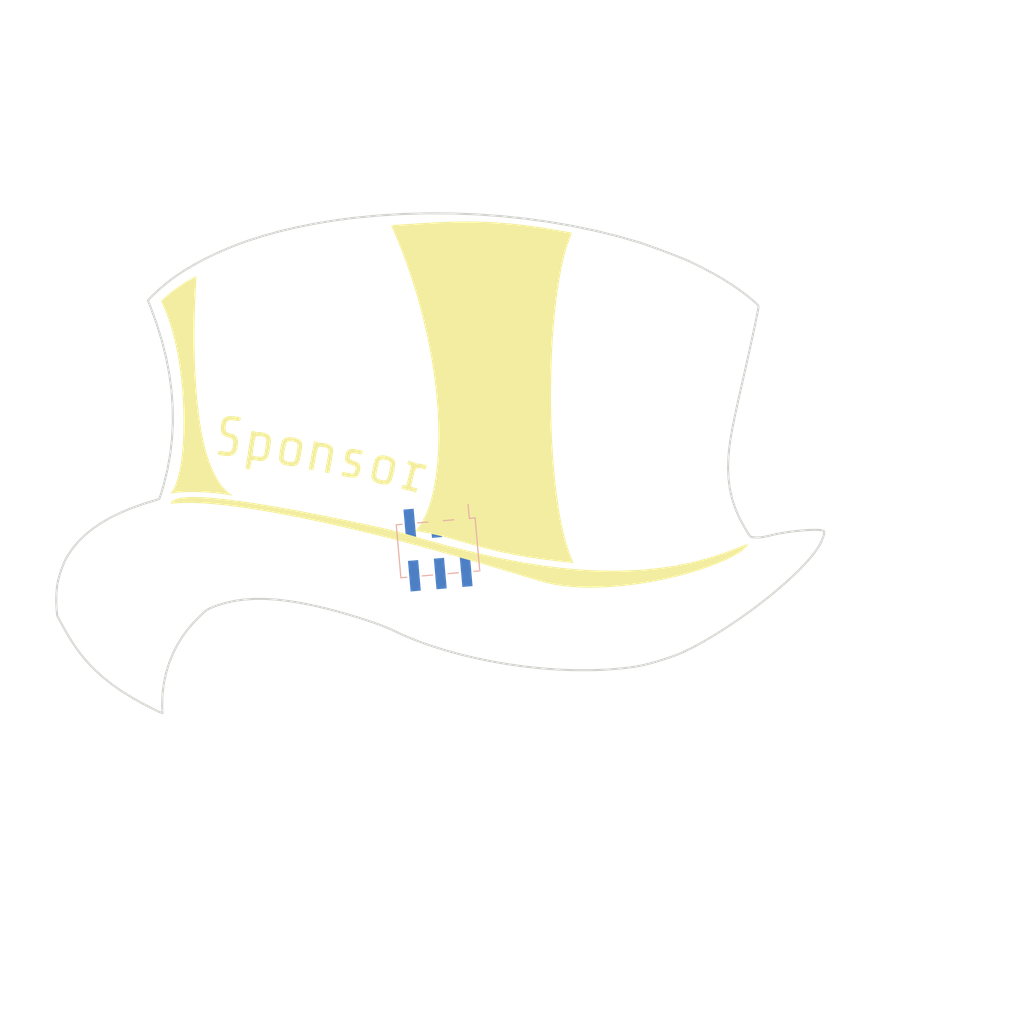
<source format=kicad_pcb>
(kicad_pcb (version 20221018) (generator pcbnew)
  (layers (0 "F.Cu" signal) (31 "B.Cu" signal) (34 "B.Paste" user) (35 "F.Paste" user) (36 "B.SilkS" user "B.Silkscreen") (37 "F.SilkS" user "F.Silkscreen") (38 "B.Mask" user) (39 "F.Mask" user) (44 "Edge.Cuts" user))
  (net 0 "")
  (footprint "LOGO" (layer "F.Cu") (at 144.563099 98.607961 -20)
    (fp_text reference "G***" hide)
    (fp_text value "LOGO" hide)
    (fp_poly (pts (xy -3.801425 -1.795545) (xy -3.784162 -1.578493) (xy -4.137124 -1.543713) (xy -4.353887 -1.513612) (xy -4.498119 -1.468841) (xy -4.598749 -1.400051) (xy -4.607243 -1.391776) (xy -4.658458 -1.333481) (xy -4.693877 -1.267115) (xy -4.713929 -1.177691) (xy -4.719041 -1.050222) (xy -4.709642 -0.869723) (xy -4.686158 -0.621206) (xy -4.649019 -0.289684) (xy -4.640741 -0.218533) (xy -4.556565 0.502735) (xy -4.234083 0.472622) (xy -3.9116 0.442508) (xy -3.9116 0.643598) (xy -3.9116 0.844689) (xy -4.5339 0.909436) (xy -4.785003 0.936712) (xy -5.007735 0.963017) (xy -5.177788 0.985342) (xy -5.2705 1.000598) (xy -5.359666 1.001448) (xy -5.385459 0.935412) (xy -5.385494 0.932607) (xy -5.399454 0.803561) (xy -5.41545 0.729134) (xy -5.421145 0.657391) (xy -5.372917 0.616138) (xy -5.247789 0.586818) (xy -5.236956 0.584969) (xy -5.15979 0.573524) (xy -5.103022 0.559921) (xy -5.065298 0.530744) (xy -5.045259 0.472579) (xy -5.04155 0.372012) (xy -5.052814 0.215629) (xy -5.077694 -0.009985) (xy -5.114834 -0.318245) (xy -5.131563 -0.4572) (xy -5.165114 -0.74082) (xy -5.193931 -0.990876) (xy -5.215978 -1.189175) (xy -5.229219 -1.317524) (xy -5.232157 -1.35598) (xy -5.278445 -1.397927) (xy -5.398253 -1.427101) (xy -5.4483 -1.43218) (xy -5.583649 -1.447096) (xy -5.645883 -1.482542) (xy -5.66337 -1.563935) (xy -5.6642 -1.6256) (xy -5.6642 -1.8034) (xy -5.288529 -1.844289) (xy -5.061118 -1.861) (xy -4.91312 -1.853984) (xy -4.861872 -1.834192) (xy -4.774054 -1.816151) (xy -4.671469 -1.855303) (xy -4.54956 -1.898233) (xy -4.367098 -1.940015) (xy -4.175369 -1.969998) (xy -3.818688 -2.012598)) (fill solid) (layer "F.SilkS"))
    (fp_poly (pts (xy -16.374203 -0.108365) (xy -16.171144 -0.018042) (xy -16.02134 0.140305) (xy -15.952095 0.270984) (xy -15.89178 0.449216) (xy -15.829709 0.696796) (xy -15.770635 0.985766) (xy -15.71931 1.288166) (xy -15.680484 1.576037) (xy -15.65891 1.82142) (xy -15.659167 1.994594) (xy -15.70919 2.212664) (xy -15.818546 2.38573) (xy -15.996036 2.51925) (xy -16.250464 2.618677) (xy -16.590632 2.689469) (xy -16.828455 2.719326) (xy -17.05025 2.723548) (xy -17.23678 2.676957) (xy -17.2974 2.650393) (xy -17.447284 2.553681) (xy -17.56716 2.433337) (xy -17.587776 2.402315) (xy -17.628989 2.295401) (xy -17.679955 2.111125) (xy -17.736059 1.872703) (xy -17.792686 1.603352) (xy -17.845221 1.326288) (xy -17.889048 1.064728) (xy -17.919552 0.841889) (xy -17.932118 0.680987) (xy -17.932173 0.674314) (xy -17.455941 0.674314) (xy -17.441764 0.843494) (xy -17.414674 1.064849) (xy -17.378339 1.314686) (xy -17.336428 1.569312) (xy -17.292607 1.805033) (xy -17.250546 1.998157) (xy -17.214938 2.122263) (xy -17.134553 2.233346) (xy -17.056839 2.284741) (xy -16.910633 2.309374) (xy -16.709165 2.300079) (xy -16.491378 2.260978) (xy -16.321309 2.206893) (xy -16.225983 2.155459) (xy -16.162175 2.082461) (xy -16.128288 1.973288) (xy -16.122726 1.813329) (xy -16.143891 1.587972) (xy -16.190185 1.282605) (xy -16.208486 1.174655) (xy -16.269935 0.841834) (xy -16.328617 0.597878) (xy -16.392949 0.430672) (xy -16.47135 0.3281) (xy -16.572238 0.278044) (xy -16.70403 0.26839) (xy -16.829661 0.280566) (xy -17.124157 0.338383) (xy -17.324164 0.421149) (xy -17.434207 0.531041) (xy -17.453537 0.581003) (xy -17.455941 0.674314) (xy -17.932173 0.674314) (xy -17.932211 0.669718) (xy -17.889291 0.425423) (xy -17.759743 0.225763) (xy -17.541567 0.069119) (xy -17.232764 -0.046125) (xy -16.981326 -0.099796) (xy -16.640827 -0.134378)) (fill solid) (layer "F.SilkS"))
    (fp_poly (pts (xy -31.041454 -10.791047) (xy -30.597207 -9.350928) (xy -30.129858 -7.92744) (xy -29.642908 -6.529081) (xy -29.139854 -5.16435) (xy -28.624194 -3.841747) (xy -28.099427 -2.569769) (xy -27.56905 -1.356917) (xy -27.036563 -0.211688) (xy -26.505463 0.857419) (xy -25.979249 1.841904) (xy -25.50268 2.665212) (xy -25.112997 3.294849) (xy -24.749417 3.847391) (xy -24.399346 4.339686) (xy -24.05019 4.788581) (xy -23.689355 5.210922) (xy -23.304246 5.623558) (xy -23.248477 5.680695) (xy -22.766373 6.13676) (xy -22.288913 6.51927) (xy -21.824176 6.82294) (xy -21.380242 7.042488) (xy -20.9677 7.1721) (xy -20.811896 7.210122) (xy -20.705926 7.245632) (xy -20.6756 7.266428) (xy -20.721654 7.290238) (xy -20.843278 7.32322) (xy -21.015671 7.358809) (xy -21.0439 7.363883) (xy -21.666346 7.487641) (xy -22.323292 7.64364) (xy -22.996317 7.825923) (xy -23.666998 8.028534) (xy -24.316912 8.245515) (xy -24.927637 8.470909) (xy -25.48075 8.698759) (xy -25.957829 8.92311) (xy -26.104217 9.000129) (xy -26.269048 9.084208) (xy -26.389871 9.134915) (xy -26.448431 9.145093) (xy -26.450149 9.13575) (xy -26.371225 8.926311) (xy -26.31699 8.728115) (xy -26.28437 8.516435) (xy -26.270289 8.266541) (xy -26.271671 7.953706) (xy -26.27777 7.749747) (xy -26.322629 7.123247) (xy -26.415332 6.446475) (xy -26.5574 5.712497) (xy -26.750351 4.914379) (xy -26.995708 4.045188) (xy -27.29499 3.097991) (xy -27.303127 3.0734) (xy -27.753629 1.793073) (xy -28.24807 0.535713) (xy -28.781719 -0.690185) (xy -29.349844 -1.876127) (xy -29.947716 -3.013617) (xy -30.570601 -4.09416) (xy -31.21377 -5.109259) (xy -31.87249 -6.050421) (xy -32.54203 -6.909149) (xy -33.217659 -7.676947) (xy -33.391086 -7.857919) (xy -33.74734 -8.222837) (xy -33.55295 -8.594519) (xy -33.225862 -9.176167) (xy -32.847474 -9.774804) (xy -32.438073 -10.361269) (xy -32.017944 -10.906402) (xy -31.636182 -11.349847) (xy -31.313235 -11.701493)) (fill solid) (layer "F.SilkS"))
    (fp_poly (pts (xy -7.288683 -1.52381) (xy -7.069643 -1.458051) (xy -6.903723 -1.334876) (xy -6.847358 -1.267221) (xy -6.782405 -1.131239) (xy -6.72105 -0.916763) (xy -6.666007 -0.646896) (xy -6.619988 -0.34474) (xy -6.585706 -0.033398) (xy -6.565876 0.264028) (xy -6.563211 0.524434) (xy -6.580423 0.724719) (xy -6.603275 0.811047) (xy -6.715323 0.984344) (xy -6.895637 1.116416) (xy -7.153166 1.211447) (xy -7.496859 1.273626) (xy -7.62 1.286674) (xy -7.8135 1.293974) (xy -7.994398 1.283831) (xy -8.067819 1.271543) (xy -8.269971 1.180115) (xy -8.443663 1.026679) (xy -8.542623 0.865542) (xy -8.576678 0.740091) (xy -8.614839 0.540555) (xy -8.6541 0.29108) (xy -8.691458 0.01581) (xy -8.723907 -0.26111) (xy -8.748443 -0.515536) (xy -8.762062 -0.723324) (xy -8.761937 -0.77977) (xy -8.309864 -0.77977) (xy -8.301358 -0.615205) (xy -8.281767 -0.397803) (xy -8.253911 -0.151251) (xy -8.22061 0.100761) (xy -8.184683 0.334546) (xy -8.148952 0.526415) (xy -8.128008 0.614389) (xy -8.05934 0.761649) (xy -7.963231 0.852253) (xy -7.83142 0.880762) (xy -7.643204 0.881436) (xy -7.438942 0.85741) (xy -7.258991 0.811824) (xy -7.215087 0.794095) (xy -7.121602 0.741051) (xy -7.057692 0.671437) (xy -7.021125 0.569715) (xy -7.009667 0.420345) (xy -7.021085 0.207791) (xy -7.053146 -0.083488) (xy -7.069968 -0.21567) (xy -7.108829 -0.504198) (xy -7.141321 -0.709808) (xy -7.172309 -0.850557) (xy -7.206659 -0.944503) (xy -7.249235 -1.009704) (xy -7.296622 -1.056983) (xy -7.385913 -1.123843) (xy -7.478974 -1.152499) (xy -7.613741 -1.150422) (xy -7.715085 -1.139412) (xy -7.997289 -1.084303) (xy -8.19319 -0.999373) (xy -8.297033 -0.887277) (xy -8.304465 -0.86781) (xy -8.309864 -0.77977) (xy -8.761937 -0.77977) (xy -8.761758 -0.860328) (xy -8.759608 -0.878063) (xy -8.672666 -1.117606) (xy -8.499692 -1.304117) (xy -8.24164 -1.437061) (xy -7.899466 -1.515902) (xy -7.580321 -1.539383)) (fill solid) (layer "F.SilkS"))
    (fp_poly (pts (xy -13.23405 -0.588979) (xy -13.065603 -0.478184) (xy -12.941764 -0.301439) (xy -12.936678 -0.291181) (xy -12.902741 -0.190838) (xy -12.859179 -0.016533) (xy -12.809059 0.214205) (xy -12.755447 0.483847) (xy -12.701408 0.774863) (xy -12.650009 1.069726) (xy -12.604315 1.350905) (xy -12.567393 1.600872) (xy -12.542309 1.802099) (xy -12.532129 1.937056) (xy -12.538147 1.987283) (xy -12.607447 2.014982) (xy -12.733345 2.042732) (xy -12.76028 2.047067) (xy -12.826051 2.059018) (xy -12.876245 2.064232) (xy -12.915081 2.050733) (xy -12.946779 2.006544) (xy -12.975558 1.919691) (xy -13.005637 1.778198) (xy -13.041237 1.570088) (xy -13.086575 1.283387) (xy -13.132503 0.9906) (xy -13.187133 0.645539) (xy -13.229332 0.386564) (xy -13.262587 0.199414) (xy -13.290389 0.06983) (xy -13.316227 -0.016449) (xy -13.343589 -0.073682) (xy -13.375966 -0.116129) (xy -13.412493 -0.153693) (xy -13.506884 -0.221303) (xy -13.629346 -0.249034) (xy -13.803176 -0.238609) (xy -14.020147 -0.198595) (xy -14.154935 -0.167215) (xy -14.256926 -0.130007) (xy -14.328222 -0.07465) (xy -14.370927 0.011177) (xy -14.387144 0.139797) (xy -14.378975 0.323532) (xy -14.348523 0.574703) (xy -14.297891 0.905631) (xy -14.254396 1.173998) (xy -14.20301 1.492002) (xy -14.158391 1.773791) (xy -14.122765 2.004814) (xy -14.098361 2.17052) (xy -14.087409 2.256358) (xy -14.087294 2.26507) (xy -14.138651 2.275135) (xy -14.255991 2.292114) (xy -14.310011 2.299189) (xy -14.445447 2.310871) (xy -14.512663 2.290507) (xy -14.543458 2.223909) (xy -14.550535 2.191878) (xy -14.566273 2.105956) (xy -14.594809 1.941515) (xy -14.633425 1.714898) (xy -14.679401 1.442447) (xy -14.73002 1.140504) (xy -14.782562 0.825411) (xy -14.834309 0.513509) (xy -14.882542 0.221142) (xy -14.924543 -0.03535) (xy -14.957593 -0.239624) (xy -14.978973 -0.375337) (xy -14.986 -0.425745) (xy -14.942045 -0.457759) (xy -14.837415 -0.481527) (xy -14.71297 -0.49255) (xy -14.609567 -0.486329) (xy -14.573273 -0.471193) (xy -14.489989 -0.457988) (xy -14.340791 -0.512191) (xy -14.334429 -0.515315) (xy -14.185189 -0.567107) (xy -13.978647 -0.611392) (xy -13.765462 -0.638132) (xy -13.462278 -0.640178)) (fill solid) (layer "F.SilkS"))
    (fp_poly (pts (xy -10.167347 -1.140009) (xy -10.147319 -1.028286) (xy -10.135029 -0.901732) (xy -10.134479 -0.82805) (xy -10.136305 -0.822539) (xy -10.188668 -0.808106) (xy -10.318145 -0.782663) (xy -10.50143 -0.750637) (xy -10.598996 -0.734657) (xy -10.839236 -0.69031) (xy -10.999041 -0.644799) (xy -11.099402 -0.591015) (xy -11.140123 -0.551446) (xy -11.198099 -0.446744) (xy -11.203623 -0.368473) (xy -11.177911 -0.252202) (xy -11.175223 -0.211746) (xy -11.161261 -0.105992) (xy -11.110467 -0.03664) (xy -11.005993 0.003536) (xy -10.830995 0.021763) (xy -10.622431 0.0254) (xy -10.402458 0.027395) (xy -10.257274 0.037682) (xy -10.160083 0.062715) (xy -10.084091 0.108947) (xy -10.013794 0.171986) (xy -9.882187 0.360868) (xy -9.793956 0.624973) (xy -9.754981 0.945094) (xy -9.7536 1.02184) (xy -9.779884 1.236784) (xy -9.865499 1.403946) (xy -10.02059 1.531477) (xy -10.255303 1.627528) (xy -10.579784 1.70025) (xy -10.602802 1.704128) (xy -10.821324 1.740457) (xy -11.015713 1.772903) (xy -11.153579 1.796058) (xy -11.182462 1.800961) (xy -11.272568 1.804852) (xy -11.31865 1.758185) (xy -11.345996 1.638449) (xy -11.361141 1.513197) (xy -11.360235 1.439946) (xy -11.35774 1.434805) (xy -11.302714 1.419047) (xy -11.171151 1.392472) (xy -10.986927 1.359741) (xy -10.895831 1.34467) (xy -10.635356 1.301007) (xy -10.457884 1.265619) (xy -10.345839 1.23241) (xy -10.281645 1.195284) (xy -10.247728 1.148144) (xy -10.235587 1.115666) (xy -10.222255 0.994182) (xy -10.233824 0.832364) (xy -10.263902 0.670348) (xy -10.306104 0.548266) (xy -10.331479 0.513246) (xy -10.406484 0.49206) (xy -10.555585 0.477807) (xy -10.751387 0.472671) (xy -10.829668 0.473509) (xy -11.047459 0.475438) (xy -11.19042 0.466782) (xy -11.285178 0.44227) (xy -11.358365 0.396629) (xy -11.398837 0.360829) (xy -11.546559 0.152848) (xy -11.630967 -0.13453) (xy -11.652241 -0.377547) (xy -11.635103 -0.608104) (xy -11.564035 -0.786105) (xy -11.428513 -0.920298) (xy -11.218015 -1.019432) (xy -10.922018 -1.092256) (xy -10.76125 -1.118323) (xy -10.562313 -1.148021) (xy -10.391234 -1.175296) (xy -10.283373 -1.194499) (xy -10.27981 -1.195244) (xy -10.206089 -1.195856)) (fill solid) (layer "F.SilkS"))
    (fp_poly (pts (xy -22.516332 -0.181265) (xy -22.498253 -0.125323) (xy -22.474824 -0.008751) (xy -22.470764 0.015514) (xy -22.460535 0.096565) (xy -22.47032 0.156014) (xy -22.514871 0.201517) (xy -22.608939 0.240728) (xy -22.767275 0.2813) (xy -23.004629 0.330889) (xy -23.124901 0.354944) (xy -23.330244 0.411185) (xy -23.471111 0.492596) (xy -23.544001 0.565925) (xy -23.622327 0.665247) (xy -23.659904 0.747713) (xy -23.661995 0.848232) (xy -23.633867 1.00171) (xy -23.619546 1.0668) (xy -23.542832 1.342026) (xy -23.448276 1.526106) (xy -23.323225 1.629359) (xy -23.155023 1.662107) (xy -22.931015 1.63467) (xy -22.924848 1.633358) (xy -22.614359 1.605434) (xy -22.354256 1.665691) (xy -22.14446 1.814186) (xy -21.984894 2.050974) (xy -21.875479 2.376111) (xy -21.875042 2.378026) (xy -21.80503 2.779116) (xy -21.798515 3.106012) (xy -21.859871 3.367144) (xy -21.993473 3.570941) (xy -22.203695 3.725835) (xy -22.49491 3.840257) (xy -22.654874 3.881086) (xy -22.935538 3.942615) (xy -23.13273 3.981649) (xy -23.261694 3.999731) (xy -23.337676 3.998399) (xy -23.37592 3.979197) (xy -23.388621 3.955252) (xy -23.43411 3.803582) (xy -23.445218 3.704947) (xy -23.407224 3.642229) (xy -23.305407 3.598304) (xy -23.125047 3.556054) (xy -23.028034 3.535874) (xy -22.720927 3.466345) (xy -22.502497 3.396393) (xy -22.360689 3.312332) (xy -22.283447 3.200473) (xy -22.258719 3.04713) (xy -22.27445 2.838615) (xy -22.294718 2.70322) (xy -22.337327 2.496403) (xy -22.390803 2.314405) (xy -22.444383 2.193121) (xy -22.450274 2.1844) (xy -22.499278 2.124483) (xy -22.555693 2.088284) (xy -22.643058 2.071176) (xy -22.784914 2.068536) (xy -23.003619 2.075693) (xy -23.234476 2.081655) (xy -23.392559 2.07489) (xy -23.506321 2.051347) (xy -23.604218 2.006974) (xy -23.641449 1.984878) (xy -23.821598 1.815063) (xy -23.965532 1.551138) (xy -24.072718 1.194116) (xy -24.083759 1.141743) (xy -24.119193 0.80576) (xy -24.075293 0.530296) (xy -23.949891 0.309777) (xy -23.74082 0.13863) (xy -23.680699 0.105678) (xy -23.574426 0.06378) (xy -23.409129 0.012152) (xy -23.20879 -0.043295) (xy -22.997395 -0.096651) (xy -22.798925 -0.142005) (xy -22.637365 -0.173447) (xy -22.536699 -0.185066)) (fill solid) (layer "F.SilkS"))
    (fp_poly (pts (xy -19.528521 0.457113) (xy -19.342358 0.49339) (xy -19.312693 0.504399) (xy -19.185444 0.580579) (xy -19.080323 0.701793) (xy -18.990838 0.881616) (xy -18.910494 1.133621) (xy -18.832798 1.471382) (xy -18.820293 1.53371) (xy -18.743315 1.968757) (xy -18.705956 2.319213) (xy -18.713523 2.596118) (xy -18.77132 2.810514) (xy -18.884654 2.973439) (xy -19.05883 3.095935) (xy -19.299156 3.18904) (xy -19.610935 3.263796) (xy -19.65599 3.272552) (xy -19.838456 3.310633) (xy -19.979407 3.346228) (xy -20.051078 3.372235) (xy -20.053533 3.374198) (xy -20.05883 3.435187) (xy -20.045773 3.570986) (xy -20.017112 3.757022) (xy -20.000686 3.846285) (xy -19.964314 4.043748) (xy -19.938986 4.198641) (xy -19.928376 4.287607) (xy -19.92933 4.299862) (xy -19.983074 4.31551) (xy -20.10125 4.338369) (xy -20.149946 4.346469) (xy -20.283497 4.361638) (xy -20.3501 4.342464) (xy -20.381865 4.277184) (xy -20.386296 4.259895) (xy -20.403059 4.181634) (xy -20.435703 4.020981) (xy -20.481522 3.791772) (xy -20.537813 3.507842) (xy -20.601872 3.183028) (xy -20.670994 2.831166) (xy -20.742476 2.466091) (xy -20.813612 2.101639) (xy -20.8817 1.751648) (xy -20.944034 1.429951) (xy -20.967052 1.310512) (xy -20.475075 1.310512) (xy -20.4504 1.533221) (xy -20.396145 1.834607) (xy -20.366547 1.984157) (xy -20.312288 2.253978) (xy -20.26304 2.496186) (xy -20.223178 2.689453) (xy -20.197079 2.812451) (xy -20.191704 2.836226) (xy -20.163735 2.909844) (xy -20.106697 2.93569) (xy -19.988798 2.924975) (xy -19.955555 2.919505) (xy -19.767287 2.88318) (xy -19.561996 2.837299) (xy -19.517999 2.826478) (xy -19.327629 2.751055) (xy -19.196365 2.644452) (xy -19.193817 2.641081) (xy -19.15619 2.585787) (xy -19.134162 2.52888) (xy -19.128594 2.451414) (xy -19.140349 2.33444) (xy -19.17029 2.159009) (xy -19.219279 1.906175) (xy -19.229652 1.853681) (xy -19.282687 1.594981) (xy -19.333861 1.362085) (xy -19.377744 1.178656) (xy -19.408904 1.068355) (xy -19.41171 1.060689) (xy -19.506605 0.919933) (xy -19.659098 0.851536) (xy -19.877587 0.852674) (xy -19.977926 0.870383) (xy -20.176931 0.916881) (xy -20.321097 0.969664) (xy -20.415475 1.043212) (xy -20.465117 1.152001) (xy -20.475075 1.310512) (xy -20.967052 1.310512) (xy -20.997911 1.150387) (xy -21.040626 0.926789) (xy -21.069475 0.772996) (xy -21.081754 0.702841) (xy -21.082 0.700313) (xy -21.03794 0.665869) (xy -20.932299 0.641855) (xy -20.80489 0.632198) (xy -20.695524 0.640827) (xy -20.65309 0.658002) (xy -20.577951 0.680941) (xy -20.527425 0.640089) (xy -20.414351 0.565613) (xy -20.229189 0.506867) (xy -20.000672 0.467062) (xy -19.757537 0.449407)) (fill solid) (layer "F.SilkS"))
    (fp_poly (pts (xy 28.341944 -5.427756) (xy 28.309679 -5.298931) (xy 28.252071 -5.137637) (xy 28.102611 -4.833029) (xy 27.870899 -4.483252) (xy 27.56262 -4.094021) (xy 27.183461 -3.671047) (xy 26.73911 -3.220046) (xy 26.235253 -2.74673) (xy 25.677577 -2.256814) (xy 25.07177 -1.75601) (xy 24.423518 -1.250033) (xy 24.259809 -1.126634) (xy 23.194246 -0.361197) (xy 22.083244 0.375634) (xy 20.939443 1.077333) (xy 19.775483 1.737375) (xy 18.604006 2.349235) (xy 17.437652 2.906388) (xy 16.289063 3.402309) (xy 15.170878 3.830474) (xy 14.095739 4.184356) (xy 13.809577 4.267706) (xy 12.867347 4.51033) (xy 11.965529 4.691401) (xy 11.068522 4.816776) (xy 10.140722 4.892311) (xy 9.9568 4.901568) (xy 9.443646 4.926182) (xy 8.84826 4.956719) (xy 8.189767 4.992078) (xy 7.487292 5.031154) (xy 6.759961 5.072845) (xy 6.026896 5.116048) (xy 5.307225 5.159661) (xy 4.620071 5.20258) (xy 3.98456 5.243703) (xy 3.7338 5.260432) (xy 1.643841 5.408667) (xy -0.396447 5.568071) (xy -2.384354 5.738217) (xy -4.317173 5.918677) (xy -6.192193 6.109021) (xy -8.006707 6.308822) (xy -9.758004 6.517652) (xy -11.443377 6.735082) (xy -13.060116 6.960685) (xy -14.605513 7.194031) (xy -16.076858 7.434692) (xy -17.471442 7.682241) (xy -18.786557 7.936249) (xy -20.019494 8.196287) (xy -21.167543 8.461928) (xy -22.227996 8.732743) (xy -23.198144 9.008305) (xy -24.075278 9.288183) (xy -24.856689 9.571951) (xy -25.539668 9.859181) (xy -25.635624 9.903552) (xy -26.0604 10.102609) (xy -26.0604 9.943393) (xy -26.04257 9.835632) (xy -25.978388 9.725872) (xy -25.851817 9.589083) (xy -25.804383 9.543815) (xy -25.535382 9.335052) (xy -25.169602 9.123154) (xy -24.706727 8.908048) (xy -24.146442 8.689659) (xy -23.488429 8.467914) (xy -22.732373 8.242739) (xy -21.877957 8.014059) (xy -20.924864 7.781801) (xy -19.872778 7.54589) (xy -18.721384 7.306254) (xy -17.470364 7.062817) (xy -16.119402 6.815506) (xy -14.668182 6.564246) (xy -13.116388 6.308965) (xy -11.463702 6.049587) (xy -9.779 5.796233) (xy -8.894886 5.666533) (xy -8.102844 5.551836) (xy -7.394622 5.451104) (xy -6.761965 5.3633) (xy -6.196622 5.287389) (xy -5.690337 5.222332) (xy -5.234859 5.167094) (xy -4.821934 5.120638) (xy -4.443309 5.081926) (xy -4.09073 5.049922) (xy -3.755943 5.02359) (xy -3.4798 5.004929) (xy -1.450421 4.865115) (xy 0.484385 4.705654) (xy 2.329916 4.525565) (xy 4.091469 4.323866) (xy 5.774342 4.099576) (xy 7.383832 3.851712) (xy 8.925237 3.579292) (xy 10.403855 3.281336) (xy 11.824984 2.956861) (xy 13.19392 2.604885) (xy 14.515963 2.224428) (xy 15.796408 1.814506) (xy 17.040555 1.374139) (xy 17.907 1.041573) (xy 19.517622 0.359967) (xy 21.047584 -0.376888) (xy 22.504291 -1.173573) (xy 23.895146 -2.034671) (xy 25.227555 -2.964764) (xy 26.508922 -3.968433) (xy 27.7368 -5.041188) (xy 27.978301 -5.259348) (xy 28.154083 -5.406058) (xy 28.269629 -5.482345) (xy 28.330421 -5.489236)) (fill solid) (layer "F.SilkS"))
    (fp_poly (pts (xy 1.731592 -28.212337) (xy 1.74818 -28.161781) (xy 1.754005 -28.059009) (xy 1.751156 -27.888224) (xy 1.741724 -27.633627) (xy 1.740245 -27.596578) (xy 1.737679 -26.928089) (xy 1.779078 -26.174331) (xy 1.863228 -25.341039) (xy 1.988915 -24.433947) (xy 2.154928 -23.458789) (xy 2.360051 -22.4213) (xy 2.603072 -21.327213) (xy 2.882777 -20.182264) (xy 3.197953 -18.992186) (xy 3.547386 -17.762713) (xy 3.929864 -16.49958) (xy 4.344172 -15.208521) (xy 4.392581 -15.0622) (xy 4.869617 -13.662017) (xy 5.363318 -12.284673) (xy 5.871166 -10.935323) (xy 6.390643 -9.619127) (xy 6.919231 -8.341242) (xy 7.454411 -7.106825) (xy 7.993665 -5.921033) (xy 8.534475 -4.789025) (xy 9.074323 -3.715957) (xy 9.61069 -2.706987) (xy 10.141059 -1.767272) (xy 10.662911 -0.901971) (xy 11.173727 -0.11624) (xy 11.670991 0.584764) (xy 12.152182 1.195882) (xy 12.54956 1.643853) (xy 12.721067 1.826972) (xy 12.829821 1.950572) (xy 12.884113 2.027768) (xy 12.892232 2.071675) (xy 12.862466 2.095408) (xy 12.839637 2.102802) (xy 12.757222 2.123909) (xy 12.592585 2.164605) (xy 12.362317 2.220842) (xy 12.083008 2.288572) (xy 11.771249 2.363749) (xy 11.684 2.384718) (xy 10.523589 2.655486) (xy 9.435384 2.891828) (xy 8.397658 3.097065) (xy 7.388688 3.274518) (xy 6.386748 3.427507) (xy 5.370113 3.559353) (xy 4.317058 3.673377) (xy 3.20586 3.772901) (xy 2.032 3.860076) (xy 1.528668 3.8944) (xy 1.11234 3.923289) (xy 0.768634 3.947966) (xy 0.483172 3.969658) (xy 0.241575 3.989588) (xy 0.029464 4.00898) (xy -0.167541 4.029061) (xy -0.363819 4.051053) (xy -0.573748 4.076183) (xy -0.725454 4.094918) (xy -0.9974 4.131415) (xy -1.309337 4.177547) (xy -1.636624 4.22923) (xy -1.95462 4.282379) (xy -2.238683 4.33291) (xy -2.464172 4.376738) (xy -2.575019 4.401502) (xy -2.686237 4.429067) (xy -2.589554 4.174618) (xy -2.454822 3.733952) (xy -2.352504 3.216358) (xy -2.284539 2.641829) (xy -2.252866 2.03036) (xy -2.259423 1.401944) (xy -2.283256 1.016) (xy -2.412154 -0.086365) (xy -2.62049 -1.242637) (xy -2.90559 -2.446889) (xy -3.264777 -3.693195) (xy -3.695377 -4.975629) (xy -4.194715 -6.288264) (xy -4.760116 -7.625176) (xy -5.388903 -8.980437) (xy -6.078404 -10.348122) (xy -6.825941 -11.722303) (xy -7.62884 -13.097056) (xy -8.484427 -14.466453) (xy -9.390025 -15.82457) (xy -10.342959 -17.165478) (xy -10.719551 -17.672768) (xy -11.476633 -18.657755) (xy -12.250459 -19.621186) (xy -13.026845 -20.546238) (xy -13.79161 -21.416087) (xy -14.530572 -22.213909) (xy -14.671577 -22.360821) (xy -14.862351 -22.56056) (xy -14.989438 -22.700976) (xy -15.061392 -22.794187) (xy -15.086767 -22.852312) (xy -15.074118 -22.887468) (xy -15.053409 -22.901749) (xy -14.975903 -22.938601) (xy -14.816869 -23.010705) (xy -14.58801 -23.112934) (xy -14.30103 -23.240166) (xy -13.967635 -23.387275) (xy -13.599527 -23.549136) (xy -13.208412 -23.720626) (xy -12.805993 -23.896618) (xy -12.403975 -24.07199) (xy -12.014061 -24.241615) (xy -11.647956 -24.400369) (xy -11.317364 -24.543129) (xy -11.03399 -24.664768) (xy -10.809537 -24.760163) (xy -10.795 -24.766287) (xy -9.428833 -25.321184) (xy -8.090113 -25.822589) (xy -6.761041 -26.2756) (xy -5.423815 -26.685316) (xy -4.060638 -27.056835) (xy -2.653708 -27.395256) (xy -1.185227 -27.705677) (xy 0.362606 -27.993196) (xy 0.635 -28.040178) (xy 0.934613 -28.091593) (xy 1.205285 -28.138567) (xy 1.428745 -28.177888) (xy 1.586722 -28.206343) (xy 1.657763 -28.219997) (xy 1.702149 -28.226476)) (fill solid) (layer "F.SilkS"))
    (fp_poly (pts (xy 10.380084 -29.604849) (xy 10.934455 -29.601027) (xy 11.481429 -29.594019) (xy 12.005164 -29.583979) (xy 12.489815 -29.57106) (xy 12.919538 -29.555416) (xy 13.278491 -29.537199) (xy 13.5382 -29.517774) (xy 14.824213 -29.378926) (xy 16.021337 -29.212939) (xy 17.139129 -29.017799) (xy 18.187144 -28.791488) (xy 19.174939 -28.531992) (xy 20.112068 -28.237295) (xy 20.806232 -27.984703) (xy 21.049483 -27.886546) (xy 21.210909 -27.809706) (xy 21.305744 -27.745462) (xy 21.349222 -27.685094) (xy 21.353402 -27.67149) (xy 21.387077 -27.508565) (xy 21.432077 -27.250579) (xy 21.487597 -26.903342) (xy 21.552833 -26.472666) (xy 21.626979 -25.964361) (xy 21.709232 -25.384241) (xy 21.798786 -24.738115) (xy 21.894837 -24.031796) (xy 21.99658 -23.271094) (xy 22.10321 -22.461821) (xy 22.213924 -21.609789) (xy 22.327915 -20.720808) (xy 22.44438 -19.800691) (xy 22.455728 -19.7104) (xy 22.570886 -18.803435) (xy 22.677154 -17.98888) (xy 22.775988 -17.258076) (xy 22.868848 -16.602361) (xy 22.957191 -16.013076) (xy 23.042474 -15.48156) (xy 23.126156 -14.999152) (xy 23.209695 -14.557191) (xy 23.294548 -14.147018) (xy 23.382173 -13.759971) (xy 23.474028 -13.38739) (xy 23.571571 -13.020614) (xy 23.597689 -12.926403) (xy 23.931777 -11.87876) (xy 24.329207 -10.906935) (xy 24.794593 -10.003839) (xy 25.332551 -9.162383) (xy 25.947694 -8.375477) (xy 26.644637 -7.636033) (xy 27.427996 -6.936962) (xy 27.573015 -6.819285) (xy 27.828785 -6.614289) (xy 28.019497 -6.464351) (xy 28.160501 -6.36242) (xy 28.267144 -6.301446) (xy 28.354776 -6.27438) (xy 28.438746 -6.27417) (xy 28.534402 -6.293768) (xy 28.650428 -6.3244) (xy 28.89247 -6.394811) (xy 29.120282 -6.480207) (xy 29.35331 -6.590567) (xy 29.610996 -6.735866) (xy 29.912784 -6.92608) (xy 30.209108 -7.12414) (xy 30.551318 -7.345439) (xy 30.942445 -7.579068) (xy 31.369539 -7.818845) (xy 31.81965 -8.058583) (xy 32.279829 -8.292099) (xy 32.737127 -8.513208) (xy 33.178593 -8.715726) (xy 33.591279 -8.893469) (xy 33.962234 -9.040251) (xy 34.278509 -9.149888) (xy 34.527154 -9.216196) (xy 34.620715 -9.231031) (xy 34.780708 -9.244163) (xy 34.869774 -9.234561) (xy 34.917769 -9.192335) (xy 34.949009 -9.122257) (xy 34.984497 -8.956356) (xy 35.000001 -8.716269) (xy 34.996403 -8.427244) (xy 34.974584 -8.114528) (xy 34.935425 -7.803369) (xy 34.895446 -7.587315) (xy 34.737684 -6.985251) (xy 34.513171 -6.318312) (xy 34.226446 -5.594007) (xy 33.88205 -4.819847) (xy 33.484526 -4.003342) (xy 33.038413 -3.152002) (xy 32.548252 -2.273339) (xy 32.018586 -1.374862) (xy 31.453953 -0.464082) (xy 30.858897 0.451491) (xy 30.237957 1.364346) (xy 29.595674 2.266972) (xy 28.93659 3.151859) (xy 28.265245 4.011498) (xy 27.586181 4.838376) (xy 26.913445 5.614337) (xy 26.489142 6.079118) (xy 26.092057 6.488913) (xy 25.698743 6.865353) (xy 25.285756 7.230074) (xy 24.829651 7.604707) (xy 24.359851 7.970571) (xy 23.835296 8.365513) (xy 23.3654 8.705278) (xy 22.929448 9.002817) (xy 22.506728 9.271084) (xy 22.076525 9.523031) (xy 21.618127 9.77161) (xy 21.110821 10.029775) (xy 20.9042 10.13148) (xy 19.555859 10.751786) (xy 18.13805 11.331243) (xy 16.661339 11.867884) (xy 15.136293 12.35974) (xy 13.573478 12.804846) (xy 11.983461 13.201232) (xy 10.376808 13.546931) (xy 8.764086 13.839976) (xy 7.155861 14.0784) (xy 5.5627 14.260234) (xy 3.995169 14.383511) (xy 2.463835 14.446264) (xy 0.979263 14.446524) (xy -0.447979 14.382325) (xy -1.4478 14.293604) (xy -1.888751 14.258297) (xy -2.417439 14.237487) (xy -3.021128 14.23059) (xy -3.68708 14.237022) (xy -4.402558 14.2562) (xy -5.154824 14.28754) (xy -5.931143 14.330458) (xy -6.718777 14.384372) (xy -7.504988 14.448697) (xy -8.277039 14.52285) (xy -9.022194 14.606247) (xy -9.4488 14.660179) (xy -10.785271 14.862019) (xy -12.030576 15.102118) (xy -13.188194 15.38178) (xy -14.261604 15.702314) (xy -15.254282 16.065027) (xy -16.169708 16.471225) (xy -17.011358 16.922216) (xy -17.782711 17.419306) (xy -18.487244 17.963803) (xy -18.676432 18.127978) (xy -18.881991 18.313002) (xy -19.033851 18.459484) (xy -19.150599 18.591828) (xy -19.250821 18.734441) (xy -19.353104 18.911729) (xy -19.476036 19.148098) (xy -19.521421 19.237536) (xy -19.960757 20.181429) (xy -20.30961 21.101402) (xy -20.49601 21.713849) (xy -20.719546 22.718907) (xy -20.848771 23.749334) (xy -20.88443 24.794619) (xy -20.827266 25.844249) (xy -20.678022 26.887711) (xy -20.437441 27.914495) (xy -20.106266 28.914087) (xy -19.961528 29.2735) (xy -19.816528 29.6164) (xy -20.055564 29.60827) (xy -20.246621 29.599035) (xy -20.429482 29.585994) (xy -20.4724 29.581977) (xy -21.827435 29.418322) (xy -23.0945 29.212652) (xy -24.278721 28.963648) (xy -25.385223 28.669992) (xy -26.41913 28.330363) (xy -27.385567 27.943443) (xy -28.04865 27.631755) (xy -28.673077 27.301155) (xy -29.277061 26.944084) (xy -29.875314 26.550147) (xy -30.482548 26.10895) (xy -31.113476 25.610098) (xy -31.782808 25.043198) (xy -32.068386 24.791679) (xy -32.746419 24.188569) (xy -33.010795 23.631823) (xy -33.28137 22.998538) (xy -33.520924 22.313428) (xy -33.713332 21.625168) (xy -33.789813 21.280117) (xy -33.851733 20.872859) (xy -33.891855 20.401741) (xy -33.90995 19.897557) (xy -33.905788 19.391102) (xy -33.879139 18.91317) (xy -33.829774 18.494555) (xy -33.811359 18.3896) (xy -33.601708 17.53677) (xy -33.301533 16.696344) (xy -32.909546 15.866598) (xy -32.424459 15.04581) (xy -31.844982 14.232255) (xy -31.169828 13.424209) (xy -30.397707 12.619951) (xy -29.527332 11.817755) (xy -28.557415 11.015898) (xy -27.95395 10.554176) (xy -27.2796 10.051792) (xy -27.279807 9.737596) (xy -27.283726 9.566669) (xy -27.294284 9.324924) (xy -27.309936 9.042813) (xy -27.329132 8.750787) (xy -27.331916 8.7122) (xy -27.49562 7.148881) (xy -27.757085 5.60765) (xy -28.116561 4.087944) (xy -28.5743 2.589196) (xy -29.130555 1.110841) (xy -29.785576 -0.347684) (xy -30.539616 -1.786946) (xy -31.392926 -3.207509) (xy -32.345758 -4.609938) (xy -33.398363 -5.994797) (xy -34.433909 -7.229683) (xy -34.960002 -7.829965) (xy -34.84792 -8.093283) (xy -34.651413 -8.521197) (xy -34.405017 -9.004204) (xy -34.122443 -9.518167) (xy -33.817404 -10.038949) (xy -33.503609 -10.542411) (xy -33.194772 -11.004416) (xy -33.191842 -11.00862) (xy -32.559203 -11.862292) (xy -31.840146 -12.735268) (xy -31.04524 -13.616583) (xy -30.185053 -14.495271) (xy -29.270154 -15.360367) (xy -28.311111 -16.200905) (xy -27.7114 -16.694906) (xy -26.466738 -17.65297) (xy -25.129868 -18.600533) (xy -23.710076 -19.531767) (xy -22.216647 -20.440848) (xy -20.658867 -21.321949) (xy -19.046021 -22.169245) (xy -18.7452 -22.320402) (xy -16.604808 -23.341327) (xy -14.414258 -24.294363) (xy -12.182007 -25.177224) (xy -9.916513 -25.98762) (xy -7.62623 -26.723263) (xy -5.319615 -27.381867) (xy -3.005125 -27.961142) (xy -0.691215 -28.458801) (xy 1.613658 -28.872556) (xy 3.901038 -29.200119) (xy 6.162468 -29.439201) (xy 8.0518 -29.570821) (xy 8.405502 -29.585223) (xy 8.831025 -29.595673) (xy 9.312525 -29.602326) (xy 9.834159 -29.605333)) (stroke (width 0.2)) (fill none) (layer "Edge.Cuts"))
  )
  (footprint "Connector_PinSocket_2.54mm:PinSocket_2x03_P2.54mm_Vertical_SMD" (layer "B.Cu") (at 142.752984 103.493499 95)
    (fp_text reference "SAO" hide)
    (fp_text value "Conn_02x03_Top_Bottom" hide)
    (fp_line (start -2.6 -3.87) (end 2.6 -3.87) (stroke (width 0.12)) (layer "B.SilkS"))
    (fp_line (start -2.6 -3.3) (end -2.6 -3.87) (stroke (width 0.12)) (layer "B.SilkS"))
    (fp_line (start -2.6 -0.76) (end -2.6 -1.78) (stroke (width 0.12)) (layer "B.SilkS"))
    (fp_line (start -2.6 1.78) (end -2.6 0.76) (stroke (width 0.12)) (layer "B.SilkS"))
    (fp_line (start -2.6 3.87) (end -2.6 3.3) (stroke (width 0.12)) (layer "B.SilkS"))
    (fp_line (start -2.6 3.87) (end 2.6 3.87) (stroke (width 0.12)) (layer "B.SilkS"))
    (fp_line (start 2.6 -3.3) (end 2.6 -3.87) (stroke (width 0.12)) (layer "B.SilkS"))
    (fp_line (start 2.6 -0.76) (end 2.6 -1.78) (stroke (width 0.12)) (layer "B.SilkS"))
    (fp_line (start 2.6 1.78) (end 2.6 0.76) (stroke (width 0.12)) (layer "B.SilkS"))
    (fp_line (start 2.6 3.3) (end 3.96 3.3) (stroke (width 0.12)) (layer "B.SilkS"))
    (fp_line (start 2.6 3.87) (end 2.6 3.3) (stroke (width 0.12)) (layer "B.SilkS"))
    (pad "1" smd rect (at 2.52 2.54 95) (size 3 1) (layers "B.Cu" "B.Paste" "B.Mask"))
    (pad "2" smd rect (at -2.52 2.54 95) (size 3 1) (layers "B.Cu" "B.Paste" "B.Mask"))
    (pad "3" smd rect (at 2.52 0 95) (size 3 1) (layers "B.Cu" "B.Paste" "B.Mask"))
    (pad "4" smd rect (at -2.52 0 95) (size 3 1) (layers "B.Cu" "B.Paste" "B.Mask"))
    (pad "5" smd rect (at 2.52 -2.54 95) (size 3 1) (layers "B.Cu" "B.Paste" "B.Mask"))
    (pad "6" smd rect (at -2.52 -2.54 95) (size 3 1) (layers "B.Cu" "B.Paste" "B.Mask"))
  )
)
</source>
